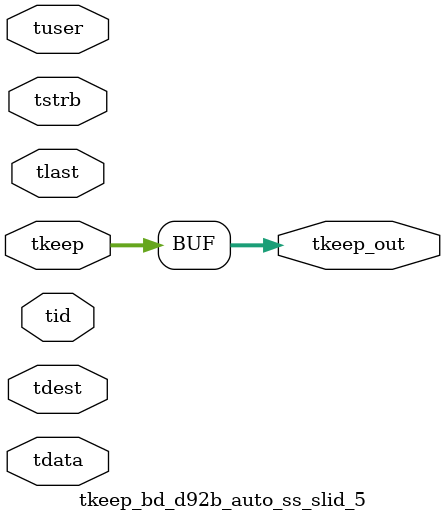
<source format=v>


`timescale 1ps/1ps

module tkeep_bd_d92b_auto_ss_slid_5 #
(
parameter C_S_AXIS_TDATA_WIDTH = 32,
parameter C_S_AXIS_TUSER_WIDTH = 0,
parameter C_S_AXIS_TID_WIDTH   = 0,
parameter C_S_AXIS_TDEST_WIDTH = 0,
parameter C_M_AXIS_TDATA_WIDTH = 32
)
(
input  [(C_S_AXIS_TDATA_WIDTH == 0 ? 1 : C_S_AXIS_TDATA_WIDTH)-1:0     ] tdata,
input  [(C_S_AXIS_TUSER_WIDTH == 0 ? 1 : C_S_AXIS_TUSER_WIDTH)-1:0     ] tuser,
input  [(C_S_AXIS_TID_WIDTH   == 0 ? 1 : C_S_AXIS_TID_WIDTH)-1:0       ] tid,
input  [(C_S_AXIS_TDEST_WIDTH == 0 ? 1 : C_S_AXIS_TDEST_WIDTH)-1:0     ] tdest,
input  [(C_S_AXIS_TDATA_WIDTH/8)-1:0 ] tkeep,
input  [(C_S_AXIS_TDATA_WIDTH/8)-1:0 ] tstrb,
input                                                                    tlast,
output [(C_M_AXIS_TDATA_WIDTH/8)-1:0 ] tkeep_out
);

assign tkeep_out = {tkeep[7:0]};

endmodule


</source>
